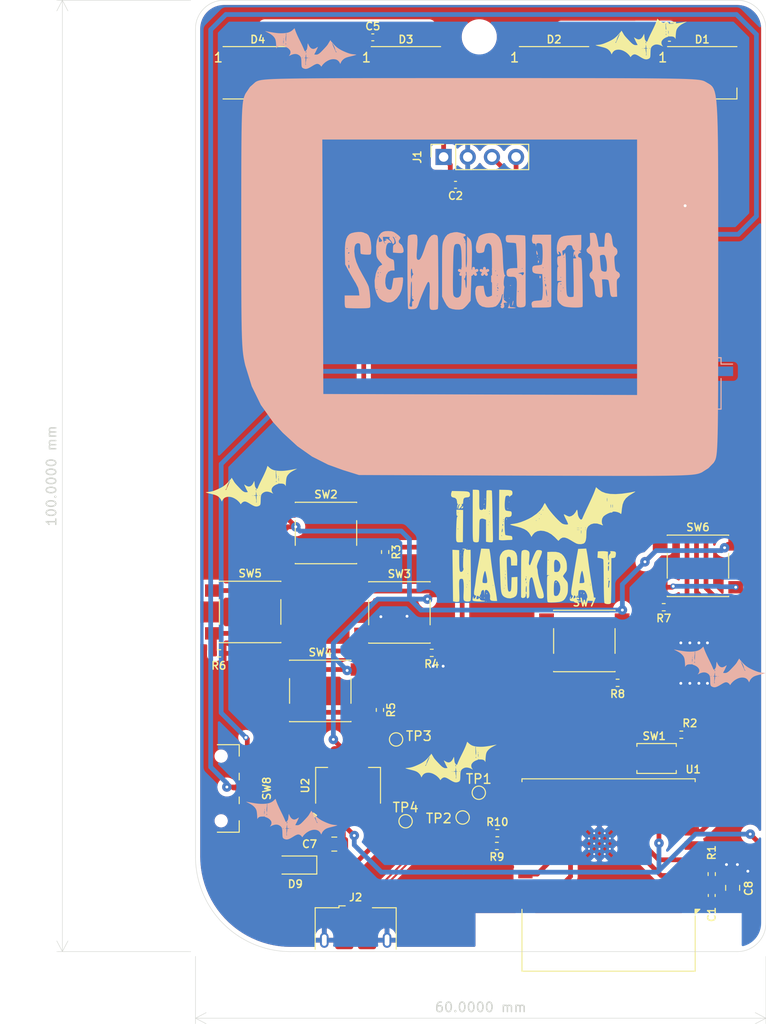
<source format=kicad_pcb>
(kicad_pcb (version 20240108) (generator "pcbnew") (generator_version "8.0")
  (layers (0 "F.Cu" signal) (31 "B.Cu" signal) (34 "B.Paste" user) (35 "F.Paste" user) (36 "B.SilkS" user "B.Silkscreen") (37 "F.SilkS" user "F.Silkscreen") (38 "B.Mask" user) (39 "F.Mask" user) (44 "Edge.Cuts" user))
  (net 0 "")
  (net 1 "+3V3")
  (net 2 "GND")
  (net 3 "/NEOPIXEL")
  (net 4 "Net-(D1-DOUT)")
  (net 5 "Net-(D2-DOUT)")
  (net 6 "Net-(D3-DOUT)")
  (net 7 "+5V")
  (net 8 "Net-(J3-Pin_1)")
  (net 9 "Net-(U1-EN)")
  (net 10 "/I2C_SCL")
  (net 11 "/BTN_UP")
  (net 12 "/BTN_RIGHT")
  (net 13 "/BTN_DOWN")
  (net 14 "/BTN_LEFT")
  (net 15 "/BTN_A")
  (net 16 "/BTN_B")
  (net 17 "/USB_D+")
  (net 18 "/USB_D-")
  (net 19 "/I2C_SDA")
  (net 20 "/UART_TXD")
  (net 21 "/UART_RXD")
  (net 24 "/USB+")
  (net 25 "/USB-")
  (net 26 "Net-(D5-A)")
  (net 27 "/USB_NC")
  (net 29 "Net-(D5-K)")
  (footprint "Resistor_SMD:R_0402_1005Metric" (layer "F.Cu") (at 131.7 148.9)
    (property "Reference" "R9")
    (property "Value" "27")
  )
  (footprint "TestPoint:TestPoint_Pad_D1.0mm" (layer "F.Cu") (at 121.1 137.7)
    (property "Reference" "TP3")
    (property "Value" "TestPoint")
  )
  (footprint "TestPoint:TestPoint_Pad_D1.0mm" (layer "F.Cu") (at 128.1 145.9)
    (property "Reference" "TP2")
    (property "Value" "TestPoint")
  )
  (footprint "Resistor_SMD:R_0402_1005Metric" (layer "F.Cu") (at 149.8 83.8 90)
    (property "Reference" "R11")
    (property "Value" "10k")
  )
  (footprint "Resistor_SMD:R_0402_1005Metric" (layer "F.Cu") (at 149.25 123.8 180)
    (property "Reference" "R7")
    (property "Value" "10k")
  )
  (footprint "LED_SMD:LED_WS2812B_PLCC4_5.0x5.0mm_P3.2mm" (layer "F.Cu") (at 122.133333 67.625)
    (property "Reference" "D3")
    (property "Value" "WS2812B")
  )
  (footprint "Button_Switch_SMD:SW_Push_SPST_NO_Alps_SKRK" (layer "F.Cu") (at 148.5 139.7)
    (property "Reference" "SW1")
    (property "Value" "SW_Push")
  )
  (footprint "IMG:bat" (layer "F.Cu") (at 127 140)
    (property "Reference" "G***" (hide yes))
    (property "Value" "LOGO" (hide yes))
  )
  (footprint "Capacitor_SMD:C_0402_1005Metric" (layer "F.Cu") (at 127.35 79.4 180)
    (property "Reference" "C2")
    (property "Value" "100n")
  )
  (footprint "Resistor_SMD:R_0402_1005Metric" (layer "F.Cu") (at 154.3 151.85 -90)
    (property "Reference" "R1")
    (property "Value" "10k")
  )
  (footprint "Resistor_SMD:R_0402_1005Metric" (layer "F.Cu") (at 124.85 128.6 180)
    (property "Reference" "R4")
    (property "Value" "10k")
  )
  (footprint "LED_SMD:LED_WS2812B_PLCC4_5.0x5.0mm_P3.2mm" (layer "F.Cu") (at 106.55 67.625)
    (property "Reference" "D4")
    (property "Value" "WS2812B")
  )
  (footprint "Capacitor_SMD:C_0402_1005Metric" (layer "F.Cu") (at 149.85 63.95)
    (property "Reference" "C3")
    (property "Value" "100n")
  )
  (footprint "LED_SMD:LED_WS2812B_PLCC4_5.0x5.0mm_P3.2mm" (layer "F.Cu") (at 153.3 67.625)
    (property "Reference" "D1")
    (property "Value" "WS2812B")
  )
  (footprint "Connector_USB:USB_Micro-B_Amphenol_10118193-0001LF_Horizontal" (layer "F.Cu") (at 116.85 158.8)
    (property "Reference" "J2")
    (property "Value" "USB_B_Micro")
  )
  (footprint "Resistor_SMD:R_0402_1005Metric" (layer "F.Cu") (at 119.4 134.6 -90)
    (property "Reference" "R5")
    (property "Value" "10k")
  )
  (footprint "Resistor_SMD:R_0402_1005Metric" (layer "F.Cu") (at 151.1 137.2)
    (property "Reference" "R2")
    (property "Value" "10k")
  )
  (footprint "Button_Switch_SMD:SW_Push_1P1T_NO_6x6mm_H9.5mm" (layer "F.Cu") (at 140.9 127.35)
    (property "Reference" "SW7")
    (property "Value" "SW_Push")
  )
  (footprint "IMG:bat" (layer "F.Cu") (at 147 64)
    (property "Reference" "G***" (hide yes))
    (property "Value" "LOGO" (hide yes))
  )
  (footprint "IMG:hackbat_logo" (layer "F.Cu") (at 136 119)
    (property "Reference" "G***" (hide yes))
    (property "Value" "LOGO" (hide yes))
  )
  (footprint "Resistor_SMD:R_0402_1005Metric" (layer "F.Cu") (at 119.95 118 -90)
    (property "Reference" "R3")
    (property "Value" "10k")
  )
  (footprint "Button_Switch_SMD:SW_Push_1P1T_NO_6x6mm_H9.5mm" (layer "F.Cu") (at 152.85 119.45)
    (property "Reference" "SW6")
    (property "Value" "SW_Push")
  )
  (footprint "Package_TO_SOT_SMD:SOT-223-3_TabPin2" (layer "F.Cu") (at 116.05 142.55 90)
    (property "Reference" "U2")
    (property "Value" "AMS1117-3.3")
  )
  (footprint "TestPoint:TestPoint_Pad_D1.0mm" (layer "F.Cu") (at 122.1 146.3)
    (property "Reference" "TP4")
    (property "Value" "TestPoint")
  )
  (footprint "LED_SMD:LED_WS2812B_PLCC4_5.0x5.0mm_P3.2mm" (layer "F.Cu") (at 137.716666 67.625)
    (property "Reference" "D2")
    (property "Value" "WS2812B")
  )
  (footprint "Diode_SMD:Nexperia_CFP3_SOD-123W" (layer "F.Cu") (at 110.5 150.9 180)
    (property "Reference" "D9")
    (property "Value" "D_Schottky")
  )
  (footprint "MountingHole:MountingHole_3.2mm_M3" (layer "F.Cu") (at 129.85 63.85)
    (property "Reference" "H1" (hide yes))
    (property "Value" "MountingHole")
  )
  (footprint "Button_Switch_SMD:SW_SPDT_CK_JS102011SAQN" (layer "F.Cu") (at 102.7 142.85 -90)
    (property "Reference" "SW8")
    (property "Value" "SW_SPST")
  )
  (footprint "Button_Switch_SMD:SW_Push_1P1T_NO_6x6mm_H9.5mm" (layer "F.Cu") (at 113.125 132.6)
    (property "Reference" "SW4")
    (property "Value" "SW_Push")
  )
  (footprint "IMG:bat" (layer "F.Cu") (at 106 111)
    (property "Reference" "G***" (hide yes))
    (property "Value" "LOGO" (hide yes))
  )
  (footprint "Button_Switch_SMD:SW_Push_1P1T_NO_6x6mm_H9.5mm" (layer "F.Cu") (at 121.45 124.35)
    (property "Reference" "SW3")
    (property "Value" "SW_Push")
  )
  (footprint "Resistor_SMD:R_0402_1005Metric" (layer "F.Cu") (at 102.5 128.65)
    (property "Reference" "R6")
    (property "Value" "10k")
  )
  (footprint "TestPoint:TestPoint_Pad_D1.0mm" (layer "F.Cu") (at 129.8 143.3)
    (property "Reference" "TP1")
    (property "Value" "TestPoint")
  )
  (footprint "Capacitor_SMD:C_0402_1005Metric" (layer "F.Cu") (at 154.3 154.1 -90)
    (property "Reference" "C1")
    (property "Value" "100n")
  )
  (footprint "RF_Module:ESP32-C3-WROOM-02" (layer "F.Cu") (at 143.45 148.85 180)
    (property "Reference" "U1")
    (property "Value" "ESP32-C3-WROOM-02")
  )
  (footprint "Capacitor_SMD:C_0805_2012Metric" (layer "F.Cu") (at 156.5 153.3 -90)
    (property "Reference" "C8")
    (property "Value" "1u")
  )
  (footprint "Connector_PinSocket_2.54mm:PinSocket_1x04_P2.54mm_Vertical" (layer "F.Cu") (at 126.1 76.475 90)
    (property "Reference" "J1")
    (property "Value" "Conn_01x04_Pin")
  )
  (footprint "Button_Switch_SMD:SW_Push_1P1T_NO_6x6mm_H9.5mm" (layer "F.Cu") (at 105.75 124.3)
    (property "Reference" "SW5")
    (property "Value" "SW_Push")
  )
  (footprint "Capacitor_SMD:C_0402_1005Metric" (layer "F.Cu") (at 118.65 63.9)
    (property "Reference" "C5")
    (property "Value" "100n")
  )
  (footprint "Resistor_SMD:R_0402_1005Metric" (layer "F.Cu") (at 131.75 147.55)
    (property "Reference" "R10")
    (property "Value" "27")
  )
  (footprint "Button_Switch_SMD:SW_Push_1P1T_NO_6x6mm_H9.5mm" (layer "F.Cu") (at 113.725 116)
    (property "Reference" "SW2")
    (property "Value" "SW_Push")
  )
  (footprint "Resistor_SMD:R_0402_1005Metric" (layer "F.Cu") (at 144.4 131.75 180)
    (property "Reference" "R8")
    (property "Value" "10k")
  )
  (footprint "Capacitor_SMD:C_0805_2012Metric" (layer "F.Cu") (at 114.6 148.7)
    (property "Reference" "C7")
    (property "Value" "1u")
  )
  (footprint "IMG:gb_screen" (layer "B.Cu") (at 130 89 180)
    (property "Reference" "G***" (hide yes))
    (property "Value" "LOGO" (hide yes))
  )
  (footprint "IMG:bat" (layer "B.Cu") (at 110 146 180)
    (property "Reference" "G***" (hide yes))
    (property "Value" "LOGO" (hide yes))
  )
  (footprint "IMG:bat" (layer "B.Cu") (at 112 65 180)
    (property "Reference" "G***" (hide yes))
    (property "Value" "LOGO" (hide yes))
  )
  (footprint "Connector_PinSocket_2.54mm:PinSocket_1x02_P2.54mm_Vertical_SMD_Pin1Left" (layer "B.Cu") (at 153.95 100.275 180)
    (property "Reference" "J3")
    (property "Value" "Battery")
  )
  (footprint "LED_SMD:LED_0805_2012Metric" (layer "B.Cu") (at 151.8 83.6625 -90)
    (property "Reference" "D5")
    (property "Value" "LED")
  )
  (footprint "IMG:defcon_hashtag" (layer "B.Cu") (at 130 89 180)
    (property "Reference" "G***")
    (property "Value" "LOGO" (hide yes))
  )
  (footprint "IMG:bat" (layer "B.Cu") (at 155 130 180)
    (property "Reference" "G***" (hide yes))
    (property "Value" "LOGO" (hide yes))
  )
  (gr_line (start 112.9 74.575) (end 112.9 107.575) (stroke (width 0.1)) (layer "F.SilkS"))
  (gr_line (start 112.9 74.575) (end 146.9 74.575) (stroke (width 0.1)) (layer "F.SilkS"))
  (gr_line (start 146.9 74.575) (end 146.9 107.575) (stroke (width 0.1)) (layer "F.SilkS"))
  (gr_line (start 112.9 107.575) (end 146.9 107.575) (stroke (width 0.1)) (layer "F.SilkS"))
  (gr_line (start 110 160) (end 157 160) (stroke (width 0.05)) (layer "Edge.Cuts"))
  (gr_line (start 160 63) (end 160 157) (stroke (width 0.05)) (layer "Edge.Cuts"))
  (gr_line (start 103 60) (end 157 60) (stroke (width 0.05)) (layer "Edge.Cuts"))
  (gr_arc (start 100 63) (mid 100.87868 60.87868) (end 103 60) (stroke (width 0.05)) (layer "Edge.Cuts"))
  (gr_line (start 100 63) (end 100 150) (stroke (width 0.05)) (layer "Edge.Cuts"))
  (gr_arc (start 160 157) (mid 159.12132 159.12132) (end 157 160) (stroke (width 0.05)) (layer "Edge.Cuts"))
  (gr_arc (start 110 160) (mid 102.928932 157.071068) (end 100 150) (stroke (width 0.05)) (layer "Edge.Cuts"))
  (gr_arc (start 157 60) (mid 159.12132 60.87868) (end 160 63) (stroke (width 0.05)) (layer "Edge.Cuts"))
  (dimension (type aligned) (layer "Edge.Cuts") (pts (xy 100 160) (xy 160 160)) (height 7) (gr_text "60,0000 mm" (at 130 165.85 0) (layer "Edge.Cuts") (effects (font (size 1 1) (thickness 0.15)))) (format (prefix "") (suffix "") (units 3) (units_format 1) (precision 4)) (style (thickness 0.05) (arrow_length 1.27) (text_position_mode 0) (extension_height 0.58642) (extension_offset 0.5) keep_text_aligned))
  (dimension (type aligned) (layer "Edge.Cuts") (pts (xy 100 60) (xy 100 160)) (height 14) (gr_text "100,0000 mm" (at 84.85 110 90) (layer "Edge.Cuts") (effects (font (size 1 1) (thickness 0.15)))) (format (prefix "") (suffix "") (units 3) (units_format 1) (precision 4)) (style (thickness 0.05) (arrow_length 1.27) (text_position_mode 0) (extension_height 0.58642) (extension_offset 0.5) keep_text_aligned))
  (segment (start 117.7 113.75) (end 109.75 113.75) (width 0.5) (layer "F.Cu") (net 1))
  (segment (start 117.7 91.85) (end 126.8 82.75) (width 0.5) (layer "F.Cu") (net 1))
  (segment (start 118.59253 62.75) (end 119.2 63.35747) (width 0.5) (layer "F.Cu") (net 1))
  (segment (start 117.475 122.1) (end 125.425 122.1) (width 0.5) (layer "F.Cu") (net 1))
  (segment (start 110.55 115.35) (end 109.725 115.35) (width 0.5) (layer "F.Cu") (net 1))
  (segment (start 155.5 149.4) (end 158.55 149.4) (width 0.5) (layer "F.Cu") (net 1))
  (segment (start 156 117.2) (end 155.65 117.55) (width 0.5) (layer "F.Cu") (net 1))
  (segment (start 151.61 137.2) (end 151.61 136.644678) (width 0.5) (layer "F.Cu") (net 1))
  (segment (start 109.75 114.55) (end 110.55 115.35) (width 0.5) (layer "F.Cu") (net 1))
  (segment (start 128.2 66.4) (end 134.841666 66.4) (width 0.5) (layer "F.Cu") (net 1))
  (segment (start 116.05 145.7) (end 116.05 139.4) (width 0.5) (layer "F.Cu") (net 1))
  (segment (start 159.15 153.3) (end 159.15 149.35) (width 0.5) (layer "F.Cu") (net 1))
  (segment (start 148.875 117.425) (end 147.275 119.025) (width 0.5) (layer "F.Cu") (net 1))
  (segment (start 118.05 62.75) (end 124.55 62.75) (width 0.5) (layer "F.Cu") (net 1))
  (segment (start 148.875 117.2) (end 148.875 117.425) (width 0.5) (layer "F.Cu") (net 1))
  (segment (start 117.7 113.75) (end 117.7 91.85) (width 0.5) (layer "F.Cu") (net 1))
  (segment (start 125.25 122.1) (end 124.4 122.95) (width 0.5) (layer "F.Cu") (net 1))
  (segment (start 150.85 65.975) (end 150.85 64.4) (width 0.5) (layer "F.Cu") (net 1))
  (segment (start 152.2 154.85) (end 154.1 154.85) (width 0.5) (layer "F.Cu") (net 1))
  (segment (start 119.683333 65.975) (end 119.683333 64.383333) (width 0.5) (layer "F.Cu") (net 1))
  (segment (start 119.4 139.4) (end 121.1 137.7) (width 0.5) (layer "F.Cu") (net 1))
  (segment (start 150.084678 136.13) (end 148.75 137.464678) (width 0.5) (layer "F.Cu") (net 1))
  (segment (start 135.425 65.975) (end 138.5 62.9) (width 0.5) (layer "F.Cu") (net 1))
  (segment (start 124.55 62.75) (end 128.2 66.4) (width 0.5) (layer "F.Cu") (net 1))
  (segment (start 154.3 150.6) (end 155.5 149.4) (width 0.5) (layer "F.Cu") (net 1))
  (segment (start 154.3 151.34) (end 154.3 150.6) (width 0.5) (layer "F.Cu") (net 1))
  (segment (start 156.825 117.2) (end 156 117.2) (width 0.5) (layer "F.Cu") (net 1))
  (segment (start 159.15 149.35) (end 159.15 148.8) (width 0.5) (layer "F.Cu") (net 1))
  (segment (start 109.15 130.35) (end 115.85 130.35) (width 0.5) (layer "F.Cu") (net 1))
  (segment (start 104.1 65.975) (end 107.325 62.75) (width 0.5) (layer "F.Cu") (net 1))
  (segment (start 108.2 120.525) (end 109.725 122.05) (width 0.5) (layer "F.Cu") (net 1))
  (segment (start 144.875 124.125) (end 144.9 124.1) (width 0.5) (layer "F.Cu") (net 1))
  (segment (start 116.05 130.35) (end 115.95 130.45) (width 0.5) (layer "F.Cu") (net 1))
  (segment (start 109.75 113.75) (end 109.75 114.55) (width 0.5) (layer "F.Cu") (net 1))
  (segment (start 148.75 137.464678) (end 148.75 148.6) (width 0.5) (layer "F.Cu") (net 1))
  (segment (start 156.1 154.65) (end 154.3 154.65) (width 0.5) (layer "F.Cu") (net 1))
  (segment (start 117.1 130.35) (end 116.05 130.35) (width 0.5) (layer "F.Cu") (net 1))
  (segment (start 124.35 71.15) (end 126.1 72.9) (width 0.5) (layer "F.Cu") (net 1))
  (segment (start 146.36 62.89) (end 149.88253 62.89) (width 0.5) (layer "F.Cu") (net 1))
  (segment (start 116.7 147.8) (end 115.85 146.95) (width 0.5) (layer "F.Cu") (net 1))
  (segment (start 138.5 62.9) (end 146.35 62.9) (width 0.5) (layer "F.Cu") (net 1))
  (segment (start 150.4 63.40747) (end 150.4 63.95) (width 0.5) (layer "F.Cu") (net 1))
  (segment (start 126.1 72.9) (end 126.1 76.475) (width 0.5) (layer "F.Cu") (net 1))
  (segment (start 156.5 154.25) (end 156.746142 154.25) (width 0.5) (layer "F.Cu") (net 1))
  (segment (start 135.266666 65.975) (end 135.425 65.975) (width 0.5) (layer "F.Cu") (net 1))
  (segment (start 119.683333 64.383333) (end 119.2 63.9) (width 0.5) (layer "F.Cu") (net 1))
  (segment (start 156.5 154.25) (end 156.1 154.65) (width 0.5) (layer "F.Cu") (net 1))
  (segment (start 116.05 139.4) (end 119.4 139.4) (width 0.5) (layer "F.Cu") (net 1))
  (segment (start 146.35 62.9) (end 146.36 62.89) (width 0.5) (layer "F.Cu") (net 1))
  (segment (start 115.55 146.2) (end 116.05 145.7) (width 0.5) (layer "F.Cu") (net 1))
  (segment (start 118.05 62.75) (end 118.59253 62.75) (width 0.5) (layer "F.Cu") (net 1))
  (segment (start 126.8 77.3) (end 126.1 76.6) (width 0.5) (layer "F.Cu") (net 1))
  (segment (start 156.5 154.25) (end 158.2 154.25) (width 0.5) (layer "F.Cu") (net 1))
  (segment (start 116.05 139.4) (end 116.05 139.25) (width 0.5) (layer "F.Cu") (net 1))
  (segment (start 107.325 62.75) (end 118.05 62.75) (width 0.5) (layer "F.Cu") (net 1))
  (segment (start 149.88253 62.89) (end 150.4 63.40747) (width 0.5) (layer "F.Cu") (net 1))
  (segment (start 119.2 63.35747) (end 119.2 63.9) (width 0.5) (layer "F.Cu") (net 1))
  (segment (start 108.325 71.15) (end 124.35 71.15) (width 0.5) (layer "F.Cu") (net 1))
  (segment (start 134.841666 66.4) (end 135.266666 65.975) (width 0.5) (layer "F.Cu") (net 1))
  (segment (start 159.15 148.45) (end 158.35 147.65) (width 0.5) (layer "F.Cu") (net 1))
  (segment (start 136.925 125.1) (end 144.875 125.1) (width 0.5) (layer "F.Cu") (net 1))
  (segment (start 158.55 149.4) (end 159.15 148.8) (width 0.5) (layer "F.Cu") (net 1))
  (segment (start 115.85 146.95) (end 115.55 146.95) (width 0.5) (layer "F.Cu") (net 1))
  (segment (start 144.875 125.1) (end 144.875 124.125) (width 0.5) (layer "F.Cu") (net 1))
  (segment (start 115.85 130.35) (end 115.95 130.45) (width 0.5) (layer "F.Cu") (net 1))
  (segment (start 158.2 154.25) (end 159.15 153.3) (width 0.5) (layer "F.Cu") (net 1))
  (segment (start 109.725 115.35) (end 108.2 116.875) (width 0.5) (layer "F.Cu") (net 1))
  (segment (start 150.85 64.4) (end 150.4 63.95) (width 0.5) (layer "F.Cu") (net 1))
  (segment (start 125.425 122.1) (end 125.25 122.1) (width 0.5) (layer "F.Cu") (net 1))
  (segment (start 116.05 139.25) (end 114.5 137.7) (width 0.5) (layer "F.Cu") (net 1))
  (segment (start 159.15 148.8) (end 159.15 148.45) (width 0.5) (layer "F.Cu") (net 1))
  (segment (start 115.55 146.95) (end 115.55 146.2) (width 0.5) (layer "F.Cu") (net 1))
  (segment (start 126.8 82.75) (end 126.8 77.3) (width 0.5) (layer "F.Cu") (net 1))
  (segment (start 104.1 65.975) (end 104.1 66.925) (width 0.5) (layer "F.Cu") (net 1))
  (segment (start 104.1 66.925) (end 108.325 71.15) (width 0.5) (layer "F.Cu") (net 1))
  (segment (start 151.61 136.644678) (end 151.095322 136.13) (width 0.5) (layer "F.Cu") (net 1))
  (segment (start 101.775 122.05) (end 109.725 122.05) (width 0.5) (layer "F.Cu") (net 1))
  (segment (start 126.1 76.6) (end 126.1 76.475) (width 0.5) (layer "F.Cu") (net 1))
  (segment (start 154.1 154.85) (end 154.3 154.65) (width 0.5) (layer "F.Cu") (net 1))
  (segment (start 115.55 148.7) (end 115.55 146.95) (width 0.5) (layer "F.Cu") (net 1))
  (segment (start 108.2 116.875) (end 108.2 120.525) (width 0.5) (layer "F.Cu") (net 1))
  (segment (start 151.095322 136.13) (end 150.084678 136.13) (width 0.5) (layer "F.Cu") (net 1))
  (via (at 110.55 115.35) (size 1) (drill 0.3) (layers "F.Cu" "B.Cu") (net 1))
  (via (at 116.7 147.8) (size 1) (drill 0.3) (layers "F.Cu" "B.Cu") (net 1))
  (via (at 114.5 137.7) (size 1) (drill 0.3) (layers "F.Cu" "B.Cu") (net 1))
  (via (at 148.75 148.6) (size 1) (drill 0.3) (layers "F.Cu" "B.Cu") (net 1))
  (via (at 115.95 130.45) (size 1) (drill 0.3) (layers "F.Cu" "B.Cu") (net 1))
  (via (at 147.275 119.025) (size 1) (drill 0.3) (layers "F.Cu" "B.Cu") (net 1))
  (via (at 158.35 147.65) (size 1) (drill 0.3) (layers "F.Cu" "B.Cu") (net 1))
  (via (at 144.9 124.1) (size 1) (drill 0.3) (layers "F.Cu" "B.Cu") (net 1))
  (via (at 155.65 117.55) (size 1) (drill 0.3) (layers "F.Cu" "B.Cu") (net 1))
  (via (at 124.4 122.95) (size 1) (drill 0.3) (layers "F.Cu" "B.Cu") (net 1))
  (segment (start 121.65 115.8) (end 111 115.8) (width 0.5) (layer "B.Cu") (net 1))
  (segment (start 111 115.8) (end 110.55 115.35) (width 0.5) (layer "B.Cu") (net 1))
  (segment (start 144.9 124.1) (end 123.7 124.1) (width 0.5) (layer "B.Cu") (net 1))
  (segment (start 147.275 119.025) (end 144.9 121.4) (width 0.5) (layer "B.Cu") (net 1))
  (segment (start 148.6 151.65) (end 144.85 151.65) (width 0.5) (layer "B.Cu") (net 1))
  (segment (start 119.55 151.65) (end 117.1 149.2) (width 0.5) (layer "B.Cu") (net 1))
  (segment (start 155.35 117.85) (end 148.45 117.85) (width 0.5) (layer "B.Cu") (net 1))
  (segment (start 155.65 117.55) (end 155.35 117.85) (width 0.5) (layer "B.Cu") (net 1))
  (segment (start 152.6 147.65) (end 149.6 150.65) (width 0.5) (layer "B.Cu") (net 1))
  (segment (start 123.7 124.1) (end 122.5 122.9) (width 0.5) (layer "B.Cu") (net 1))
  (segment (start 115.95 130.45) (end 114.5 129) (width 0.5) (layer "B.Cu") (net 1))
  (segment (start 158.35 147.65) (end 152.6 147.65) (width 0.5) (layer "B.Cu") (net 1))
  (segment (start 144.9 121.4) (end 144.9 124.1) (width 0.5) (layer "B.Cu") (net 1))
  (segment (start 148.45 117.85) (end 147.275 119.025) (width 0.5) (layer "B.Cu") (net 1))
  (segment (start 149.6 150.65) (end 148.6 151.65) (width 0.5) (layer "B.Cu") (net 1))
  (segment (start 116.7 148.8) (end 116.7 147.8) (width 0.5) (layer "B.Cu") (net 1))
  (segment (start 144.85 151.65) (end 128.2 151.65) (width 0.5) (layer "B.Cu") (net 1))
  (segment (start 128.2 151.65) (end 119.55 151.65) (width 0.5) (layer "B.Cu") (net 1))
  (segment (start 148.75 148.6) (end 148.75 151.5) (width 0.5) (layer "B.Cu") (net 1))
  (segment (start 119.15 122.95) (end 123 122.95) (width 0.5) (layer "B.Cu") (net 1))
  (segment (start 122.55 122.95) (end 122.5 122.9) (width 0.5) (layer "B.Cu") (net 1))
  (segment (start 114.5 137.7) (end 114.5 127.6) (width 0.5) (layer "B.Cu") (net 1))
  (segment (start 114.5 129) (end 114.5 127.6) (width 0.5) (layer "B.Cu") (net 1))
  (segment (start 123 122.95) (end 122.55 122.95) (width 0.5) (layer "B.Cu") (net 1))
  (segment (start 122.5 122.9) (end 122.5 116.65) (width 0.5) (layer "B.Cu") (net 1))
  (segment (start 114.5 127.6) (end 119.15 122.95) (width 0.5) (layer "B.Cu") (net 1))
  (segment (start 124.4 122.95) (end 123 122.95) (width 0.5) (layer "B.Cu") (net 1))
  (segment (start 117.1 149.2) (end 116.7 148.8) (width 0.5) (layer "B.Cu") (net 1))
  (segment (start 122.5 116.65) (end 121.65 115.8) (width 0.5) (layer "B.Cu") (net 1))
  (segment (start 148.75 151.5) (end 148.6 151.65) (width 0.5) (layer "B.Cu") (net 1))
  (segment (start 154.3 153.62) (end 155.12528 153.62) (width 0.3) (layer "F.Cu") (net 2))
  (segment (start 156.39528 152.35) (end 156.5 152.35) (width 0.3) (layer "F.Cu") (net 2))
  (segment (start 118.15 155.75) (end 119.1 154.8) (width 0.3) (layer "F.Cu") (net 2))
  (segment (start 118.15 156.125) (end 118.15 155.75) (width 0.3) (layer "F.Cu") (net 2))
  (segment (start 155.12528 153.62) (end 156.39528 152.35) (width 0.3) (layer "F.Cu") (net 2))
  (via (at 158.1 151.55) (size 0.6) (drill 0.3) (layers "F.Cu" "B.Cu") (net 2))
  (via (at 157 150.85) (size 0.6) (drill 0.3) (layers "F.Cu" "B.Cu") (net 2))
  (via (at 152 127.55) (size 0.6) (drill 0.3) (layers "F.Cu" "B.Cu") (net 2))
  (via (at 155.85 150.85) (size 0.6) (drill 0.3) (layers "F.Cu" "B.Cu") (net 2))
  (via (at 153.85 127.55) (size 0.6) (drill 0.3) (layers "F.Cu" "B.Cu") (net 2))
  (via (at 122.25 124.75) (size 0.6) (drill 0.3) (layers "F.Cu" "B.Cu") (net 2))
  (via (at 152.95 127.55) (size 0.6) (drill 0.3) (layers "F.Cu" "B.Cu") (net 2))
  (via (at 152.95 131.8) (size 0.6) (drill 0.3) (layers "F.Cu" "B.Cu") (net 2))
  (via (at 125 130) (size 0.6) (drill 0.3) (layers "F.Cu" "B.Cu") (net 2))
  (via (at 152 131.8) (size 0.6) (drill 0.3) (layers "F.Cu" "B.Cu") (net 2))
  (via (at 153.85 131.8) (size 0.6) (drill 0.3) (layers "F.Cu" "B.Cu") (net 2))
  (via (at 126.05 130) (size 0.6) (drill 0.3) (layers "F.Cu" "B.Cu") (net 2))
  (via (at 119.5 124.8) (size 0.6) (drill 0.3) (layers "F.Cu" "B.Cu") (net 2))
  (via (at 151.05 131.8) (size 0.6) (drill 0.3) (layers "F.Cu" "B.Cu") (net 2))
  (via (at 151.05 127.55) (size 0.6) (drill 0.3) (layers "F.Cu" "B.Cu") (net 2))
  (segment (start 153.7 121.785786) (end 153.7 68.025) (width 0.5) (layer "F.Cu") (net 3))
  (segment (start 153.728427 146.850001) (end 157.150001 143.428427) (width 0.5) (layer "F.Cu") (net 3))
  (segment (start 153.7 68.025) (end 155.75 65.975) (width 0.5) (layer "F.Cu") (net 3))
  (segment (start 157.150001 125.235787) (end 153.7 121.785786) (width 0.5) (layer "F.Cu") (net 3))
  (segment (start 153.7 146.850001) (end 153.728427 146.850001) (width 0.5) (layer "F.Cu") (net 3))
  (segment (start 153.200001 147.35) (end 153.7 146.850001) (width 0.5) (layer "F.Cu") (net 3))
  (segment (start 152.2 147.35) (end 153.200001 147.35) (width 0.5) (layer "F.Cu") (net 3))
  (segment (start 157.150001 143.428427) (end 157.150001 125.235787) (width 0.5) (layer "F.Cu") (net 3))
  (segment (start 140.875 65.975) (end 144.175 69.275) (width 0.5) (layer "F.Cu") (net 4))
  (segment (start 140.166666 65.975) (end 140.875 65.975) (width 0.5) (layer "F.Cu") (net 4))
  (segment (start 144.175 69.275) (end 150.85 69.275) (width 0.5) (layer "F.Cu") (net 4))
  (segment (start 124.583333 65.975) (end 127.883333 69.275) (width 0.5) (layer "F.Cu") (net 5))
  (segment (start 127.883333 69.275) (end 135.266666 69.275) (width 0.5) (layer "F.Cu") (net 5))
  (segment (start 109.075 65.975) (end 112.375 69.275) (width 0.5) (layer "F.Cu") (net 6))
  (segment (start 112.375 69.275) (end 119.683333 69.275) (width 0.5) (layer "F.Cu") (net 6))
  (segment (start 109 65.975) (end 109.075 65.975) (width 0.5) (layer "F.Cu") (net 6))
  (segment (start 115.55 152) (end 116.7 150.85) (width 0.3) (layer "F.Cu") (net 7))
  (segment (start 116.7 150.85) (end 118.35 149.2) (width 0.5) (layer "F.Cu") (net 7))
  (segment (start 116.7 150.85) (end 111.95 150.85) (width 0.5) (layer "F.Cu") (net 7))
  (segment (start 118.35 149.2) (end 118.35 145.7) (width 0.5) (layer "F.Cu") (net 7))
  (segment (start 111.95 150.85) (end 111.9 150.9) (width 0.5) (layer "F.Cu") (net 7))
  (segment (start 115.55 156.125) (end 115.55 152) (width 0.3) (layer "F.Cu") (net 7))
  (segment (start 105.45 140.35) (end 105.45 137.65) (width 0.5) (layer "F.Cu") (net 8))
  (segment (start 105.45 137.65) (end 105.3 137.5) (width 0.5) (layer "F.Cu") (net 8))
  (via (at 105.3 137.5) (size 0.6) (drill 0.3) (layers "F.Cu" "B.Cu") (net 8))
  (segment (start 102.7 134.9) (end 102.7 108.75) (width 0.5) (layer "B.Cu") (net 8))
  (segment (start 112.445 99.005) (end 155.6 99.005) (width 0.5) (layer "B.Cu") (net 8))
  (segment (start 105.3 137.5) (end 102.7 134.9) (width 0.5) (layer "B.Cu") (net 8))
  (segment (start 102.7 108.75) (end 112.445 99.005) (width 0.5) (layer "B.Cu") (net 8))
  (segment (start 152.99747 153.35) (end 153.98747 152.36) (width 0.5) (layer "F.Cu") (net 9))
  (segment (start 153.98747 152.36) (end 154.3 152.36) (width 0.5) (layer "F.Cu") (net 9))
  (segment (start 152.2 153.35) (end 152.99747 153.35) (width 0.5) (layer "F.Cu") (net 9))
  (segment (start 151.7 92.5) (end 145 85.8) (width 0.5) (layer "F.Cu") (net 10))
  (segment (start 132.45 77.745) (end 131.18 76.475) (width 0.5) (layer "F.Cu") (net 10))
  (segment (start 150.6 144) (end 150.6 139.7) (width 0.5) (layer "F.Cu") (net 10))
  (segment (start 150.95 144.35) (end 150.6 144) (width 0.5) (layer "F.Cu") (net 10))
  (segment (start 155.15 126.4) (end 151.7 122.95) (width 0.5) (layer "F.Cu") (net 10))
  (segment (start 155.15 142.6) (end 155.15 126.4) (width 0.5) (layer "F.Cu") (net 10))
  (segment (start 152.2 144.35) (end 153.4 144.35) (width 0.5) (layer "F.Cu") (net 10))
  (segment (start 152.2 144.35) (end 150.95 144.35) (width 0.5) (layer "F.Cu") (net 10))
  (segment (start 132.45 81.6) (end 132.45 77.745) (width 0.5) (layer "F.Cu") (net 10))
  (segment (start 150.59 137.2) (end 150.59 139.69) (width 0.5) (layer "F.Cu") (net 10))
  (segment (start 151.7 122.95) (end 151.7 92.5) (width 0.5) (layer "F.Cu") (net 10))
  (segment (start 145 85.8) (end 136.65 85.8) (width 0.5) (layer "F.Cu") (net 10))
  (segment (start 153.4 144.35) (end 155.15 142.6) (width 0.5) (layer "F.Cu") (net 10))
  (segment (start 136.65 85.8) (end 132.45 81.6) (width 0.5) (layer "F.Cu") (net 10))
  (segment (start 150.59 139.69) (end 150.6 139.7) (width 0.5) (layer "F.Cu") (net 10))
  (segment (start 123.74 117.49) (end 119.95 117.49) (width 0.5) (layer "F.Cu") (net 11))
  (segment (start 128.05 128.9) (end 128.05 121.8) (width 0.5) (layer "F.Cu") (net 11))
  (segment (start 139.45 140.3) (end 128.05 128.9) (width 0.5) (layer "F.Cu") (net 11))
  (segment (start 128.05 121.8) (end 123.74 117.49) (width 0.5) (layer "F.Cu") (net 11))
  (segment (start 109.75 118.25) (end 117.7 118.25) (width 0.5) (layer "F.Cu") (net 11))
  (segment (start 138.2 153.35) (end 139.45 152.1) (width 0.5) (layer "F.Cu") (net 11))
  (segment (start 119.95 117.49) (end 118.46 117.49) (width 0.5) (layer "F.Cu") (net 11))
  (segment (start 118.46 117.49) (end 117.7 118.25) (width 0.5) (layer "F.Cu") (net 11))
  (segment (start 139.45 152.1) (end 139.45 140.3) (width 0.5) (layer "F.Cu") (net 11))
  (segment (start 134.7 153.35) (end 138.2 153.35) (width 0.5) (layer "F.Cu") (net 11))
  (segment (start 126.1 126.6) (end 125.425 126.6) (width 0.5) (layer "F.Cu") (net 12))
  (segment (start 135.95 151.85) (end 138.45 149.35) (width 0.5) (layer "F.Cu") (net 12))
  (segment (start 125.36 128.6) (end 125.36 126.665) (width 0.5) (layer "F.Cu") (net 12))
  (segment (start 127.05 129.314214) (end 127.05 127.55) (width 0.5) (layer "F.Cu") (net 12))
  (segment (start 138.45 140.714214) (end 127.05 129.314214) (width 0.5) (layer "F.Cu") (net 12))
  (segment (start 117.475 126.6) (end 125.425 126.6) (width 0.5) (layer "F.Cu") (net 12))
  (segment (start 125.36 126.665) (end 125.425 126.6) (width 0.5) (layer "F.Cu") (net 12))
  (segment (start 138.45 149.35) (end 138.45 140.714214) (width 0.5) (layer "F.Cu") (net 12))
  (segment (start 127.05 127.55) (end 126.1 126.6) (width 0.5) (layer "F.Cu") (net 12))
  (segment (start 134.7 151.85) (end 135.95 151.85) (width 0.5) (layer "F.Cu") (net 12))
  (segment (start 134.7 142.85) (end 134.7 139.9) (width 0.5) (layer "F.Cu") (net 13))
  (segment (start 119.4 134.09) (end 119.1 134.09) (width 0.5) (layer "F.Cu") (net 13))
  (segment (start 128.89 134.09) (end 119.1 134.09) (width 0.5) (layer "F.Cu") (net 13))
  (segment (start 134.7 139.9) (end 128.89 134.09) (width 0.5) (layer "F.Cu") (net 13))
  (segment (start 119.1 134.09) (end 117.86 134.09) (width 0.5) (layer "F.Cu") (net 13))
  (segment (start 117.86 134.09) (end 117.1 134.85) (width 0.5) (layer "F.Cu") (net 13))
  (segment (start 109.15 134.85) (end 117.1 134.85) (width 0.5) (layer "F.Cu") (net 13))
  (segment (start 124.45 131.45) (end 121.4 128.4) (width 0.5) (layer "F.Cu") (net 14))
  (segment (start 121.4 128.4) (end 111.575 128.4) (width 0.5) (layer "F.Cu") (net 14))
  (segment (start 111.575 128.4) (end 109.725 126.55) (width 0.5) (layer "F.Cu") (net 14))
  (segment (start 134.7 150.35) (end 135.95 150.35) (width 0.5) (layer "F.Cu") (net 14))
  (segment (start 137.45 141.128428) (end 127.771572 131.45) (width 0.5) (layer "F.Cu") (net 14))
  (segment (start 101.775 126.55) (end 109.725 126.55) (width 0.5) (layer "F.Cu") (net 14))
  (segment (start 101.99 128.65) (end 101.99 126.765) (width 0.5) (layer "F.Cu") (net 14))
  (segment (start 135.95 150.35) (end 137.45 148.85) (width 0.5) (layer "F.Cu") (net 14))
  (segment (start 137.45 148.85) (end 137.45 141.128428) (width 0.5) (layer "F.Cu") (net 14))
  (segment (start 101.99 126.765) (end 101.775 126.55) (width 0.5) (layer "F.Cu") (net 14))
  (segment (start 127.771572 131.45) (end 124.45 131.45) (width 0.5) (layer "F.Cu") (net 14))
  (segment (start 149.76 123.8) (end 149.76 122.585) (width 0.5) (layer "F.Cu") (net 15))
  (segment (start 146.45 144.65) (end 144.6 142.8) (width 0.5) (layer "F.Cu") (net 15))
  (segment (start 144.6 142.8) (end 144.6 138.4) (width 0.5) (layer "F.Cu") (net 15))
  (segment (start 148.732233 150.35) (end 146.45 148.067767) (width 0.5) (layer "F.Cu") (net 15))
  (segment (start 149.76 122.585) (end 148.875 121.7) (width 0.5) (layer "F.Cu") (net 15))
  (segment (start 146.45 148.067767) (end 146.45 144.65) (width 0.5) (layer "F.Cu") (net 15))
  (segment (start 152.2 150.35) (end 148.732233 150.35) (width 0.5) (layer "F.Cu") (net 15))
  (segment (start 144.6 138.4) (end 149.76 133.24) (width 0.5) (layer "F.Cu") (net 15))
  (segment (start 148.875 121.7) (end 150.15 121.7) (width 0.5) (layer "F.Cu") (net 15))
  (segment (start 149.76 133.24) (end 149.76 123.8) (width 0.5) (layer "F.Cu") (net 15))
  (segment (start 150.15 121.7) (end 150.25 121.6) (width 0.5) (layer "F.Cu") (net 15))
  (via (at 150.25 121.6) (size 0.6) (drill 0.3) (layers "F.Cu" "B.Cu") (net 15))
  (via (at 156.825 121.7) (size 0.6) (drill 0.3) (layers "F.Cu" "B.Cu") (net 15))
  (segment (start 155.15 121.65) (end 156.775 121.65) (width 0.5) (layer "B.Cu") (net 15))
  (segment (start 155.1 121.6) (end 155.15 121.65) (width 0.5) (layer "B.Cu") (net 15))
  (segment (start 150.25 121.6) (end 155.1 121.6) (width 0.5) (layer "B.Cu") (net 15))
  (segment (start 156.775 121.65) (end 156.825 121.7) (width 0.5) (layer "B.Cu") (net 15))
  (segment (start 152.05 152) (end 148.968019 152) (width 0.5) (layer "F.Cu") (net 16))
  (segment (start 143.599999 143.549999) (end 143.599999 137.850001) (width 0.5) (layer "F.Cu") (net 16))
  (segment (start 152.2 151.85) (end 152.05 152) (width 0.5) (layer "F.Cu") (net 16))
  (segment (start 144.91 129.635) (end 144.875 129.6) (width 0.5) (layer "F.Cu") (net 16))
  (segment (start 143.599999 137.850001) (end 144.91 136.54) (width 0.5) (layer "F.Cu") (net 16))
  (segment (start 136.925 129.6) (end 144.875 129.6) (width 0.5) (layer "F.Cu") (net 16))
  (segment (start 144.91 131.75) (end 144.91 129.635) (width 0.5) (layer "F.Cu") (net 16))
  (segment (start 144.91 136.54) (end 144.91 131.75) (width 0.5) (layer "F.Cu") (net 16))
  (segment (start 145.449999 148.48198) (end 145.449999 145.399999) (width 0.5) (layer "F.Cu") (net 16))
  (segment (start 145.449999 145.399999) (end 143.599999 143.549999) (width 0.5) (layer "F.Cu") (net 16))
  (segment (start 148.968019 152) (end 145.449999 148.48198) (width 0.5) (layer "F.Cu") (net 16))
  (segment (start 132.26 148.85) (end 132.21 148.9) (width 0.2) (layer "F.Cu") (net 17))
  (segment (start 134.7 148.85) (end 132.26 148.85) (width 0.2) (layer "F.Cu") (net 17))
  (segment (start 132.26 147.55) (end 134.5 147.55) (width 0.2) (layer "F.Cu") (net 18))
  (segment (start 134.5 147.55) (end 134.7 147.35) (width 0.2) (layer "F.Cu") (net 18))
  (segment (start 156.15 143.014214) (end 156.15 125.65) (width 0.5) (layer "F.Cu") (net 19))
  (segment (start 152.7 92.085786) (end 145.414214 84.8) (width 0.5) (layer "F.Cu") (net 19))
  (segment (start 137.064214 84.8) (end 133.72 81.455786) (width 0.5) (layer "F.Cu") (net 19))
  (segment (start 152.2 145.85) (end 153.314214 145.85) (width 0.5) (layer "F.Cu") (net 19))
  (segment (start 156.15 125.65) (end 152.7 122.2) (width 0.5) (layer "F.Cu") (net 19))
  (segment (start 153.314214 145.85) (end 156.15 143.014214) (width 0.5) (layer "F.Cu") (net 19))
  (segment (start 133.72 81.455786) (end 133.72 76.475) (width 0.5) (layer "F.Cu") (net 19))
  (segment (start 152.7 122.2) (end 152.7 92.085786) (width 0.5) (layer "F.Cu") (net 19))
  (segment (start 145.414214 84.8) (end 137.064214 84.8) (width 0.5) (layer "F.Cu") (net 19))
  (segment (start 127.7 145.9) (end 128.1 145.9) (width 0.5) (layer "F.Cu") (net 20))
  (segment (start 134.7 145.85) (end 127.75 145.85) (width 0.5) (layer "F.Cu") (net 20))
  (segment (start 127.75 145.85) (end 127.7 145.9) (width 0.5) (layer "F.Cu") (net 20))
  (segment (start 130.85 144.35) (end 129.8 143.3) (width 0.5) (layer "F.Cu") (net 21))
  (segment (start 134.7 144.35) (end 130.85 144.35) (width 0.5) (layer "F.Cu") (net 21))
  (segment (start 124.6 148.45) (end 130.74 148.45) (width 0.2) (layer "F.Cu") (net 24))
  (segment (start 130.74 148.45) (end 131.19 148.9) (width 0.2) (layer "F.Cu") (net 24))
  (segment (start 116.85 155.313604) (end 118.213604 153.95) (width 0.2) (layer "F.Cu") (net 24))
  (segment (start 119.1 153.95) (end 124.6 148.45) (width 0.2) (layer "F.Cu") (net 24))
  (segment (start 118.213604 153.95) (end 119.1 153.95) (width 0.2) (layer "F.Cu") (net 24))
  (segment (start 116.85 156.125) (end 116.85 155.313604) (width 0.2) (layer "F.Cu") (net 24))
  (segment (start 124.434314 148.05) (end 130.74 148.05) (width 0.2) (layer "F.Cu") (net 25))
  (segment (start 118.934314 153.55) (end 124.434314 148.05) (width 0.2) (layer "F.Cu") (net 25))
  (segment (start 116.2 156.125) (end 116.2 155.397918) (width 0.2) (layer "F.Cu") (net 25))
  (segment (start 130.74 148.05) (end 131.24 147.55) (width 0.2) (layer "F.Cu") (net 25))
  (segment (start 116.2 155.397918) (end 118.047918 153.55) (width 0.2) (layer "F.Cu") (net 25))
  (segment (start 118.047918 153.55) (end 118.934314 153.55) (width 0.2) (layer "F.Cu") (net 25))
  (segment (start 105.3 142.7) (end 105.45 142.85) (width 0.5) (layer "F.Cu") (net 26))
  (segment (start 105.4 142.8) (end 105.45 142.85) (width 0.5) (layer "F.Cu") (net 26))
  (segment (start 105.45 142.85) (end 108.05 142.85) (width 0.5) (layer "F.Cu") (net 26))
  (segment (start 104 142.8) (end 105.4 142.8) (width 0.5) (layer "F.Cu") (net 26))
  (segment (start 109.1 143.9) (end 109.1 150.9) (width 0.5) (layer "F.Cu") (net 26))
  (segment (start 108.05 142.85) (end 109.1 143.9) (width 0.5) (layer "F.Cu") (net 26))
  (segment (start 103.3 142.7) (end 105.3 142.7) (width 0.5) (layer "F.Cu") (net 26))
  (via (at 103.3 142.7) (size 1) (drill 0.3) (layers "F.Cu" "B.Cu") (net 26))
  (segment (start 156.9 61.5) (end 103.2 61.5) (width 0.5) (layer "B.Cu") (net 26))
  (segment (start 157.1 84.6) (end 159 82.7) (width 0.5) (layer "B.Cu") (net 26))
  (segment (start 103.2 61.5) (end 101.6 63.1) (width 0.5) (layer "B.Cu") (net 26))
  (segment (start 101.6 63.1) (end 101.6 140.6) (width 0.5) (layer "B.Cu") (net 26))
  (segment (start 159 82.7) (end 159 63.6) (width 0.5) (layer "B.Cu") (net 26))
  (segment (start 101.6 140.6) (end 103.3 142.3) (width 0.5) (layer "B.Cu") (net 26))
  (segment (start 103.3 142.3) (end 103.3 142.7) (width 0.5) (layer "B.Cu") (net 26))
  (segment (start 159 63.6) (end 156.9 61.5) (width 0.5) (layer "B.Cu") (net 26))
  (segment (start 151.8 84.6) (end 157.1 84.6) (width 0.5) (layer "B.Cu") (net 26))
  (segment (start 149.81 83.29) (end 151.5 81.6) (width 0.5) (layer "F.Cu") (net 29))
  (segment (start 149.8 83.29) (end 149.81 83.29) (width 0.5) (layer "F.Cu") (net 29))
  (via (at 151.5 81.6) (size 0.6) (drill 0.3) (layers "F.Cu" "B.Cu") (net 29))
  (segment (start 151.8 81.9) (end 151.5 81.6) (width 0.5) (layer "B.Cu") (net 29))
  (segment (start 151.8 82.725) (end 151.8 81.9) (width 0.5) (layer "B.Cu") (net 29))
  (zone (net 2) (net_name "GND") (layers "F&B.Cu") (connect_pads (clearance 0.3)) (min_thickness 0.25) (fill yes (thermal_gap 0.5) (thermal_bridge_width 0.5))
    (polygon (pts (xy 160 60) (xy 160 160) (xy 100 160) (xy 100 60)))
  )
)
</source>
